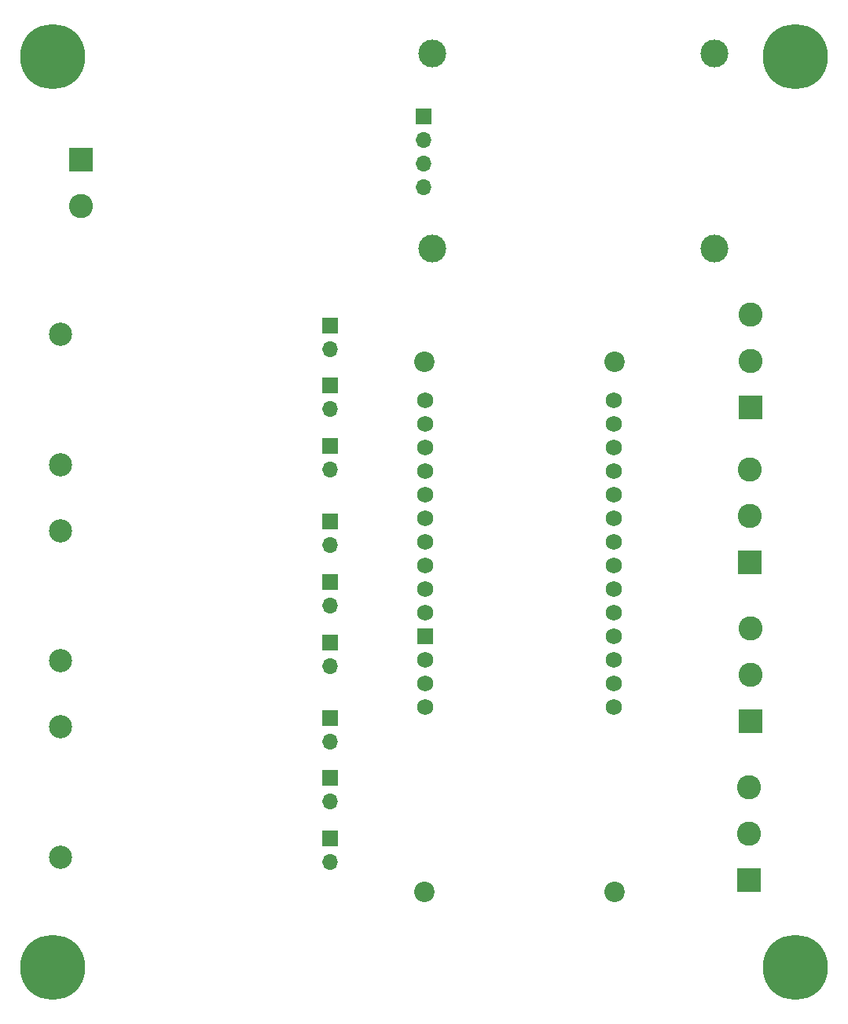
<source format=gbs>
G04 #@! TF.GenerationSoftware,KiCad,Pcbnew,7.0.2*
G04 #@! TF.CreationDate,2023-05-19T11:13:35+02:00*
G04 #@! TF.ProjectId,baseboard,62617365-626f-4617-9264-2e6b69636164,rev?*
G04 #@! TF.SameCoordinates,Original*
G04 #@! TF.FileFunction,Soldermask,Bot*
G04 #@! TF.FilePolarity,Negative*
%FSLAX46Y46*%
G04 Gerber Fmt 4.6, Leading zero omitted, Abs format (unit mm)*
G04 Created by KiCad (PCBNEW 7.0.2) date 2023-05-19 11:13:35*
%MOMM*%
%LPD*%
G01*
G04 APERTURE LIST*
%ADD10C,7.000000*%
%ADD11R,2.600000X2.600000*%
%ADD12C,2.600000*%
%ADD13C,2.500000*%
%ADD14O,1.700000X1.700000*%
%ADD15R,1.700000X1.700000*%
%ADD16C,3.000000*%
%ADD17C,2.200000*%
%ADD18C,1.727200*%
%ADD19R,1.727200X1.727200*%
G04 APERTURE END LIST*
D10*
X30000000Y-153000000D03*
X110000000Y-55000000D03*
D11*
X105029000Y-143604000D03*
D12*
X105029000Y-138604000D03*
X105029000Y-133604000D03*
D11*
X105207000Y-92757000D03*
D12*
X105207000Y-87757000D03*
X105207000Y-82757000D03*
D13*
X30850000Y-120025000D03*
X30850000Y-106025000D03*
D14*
X59850000Y-120565000D03*
D15*
X59850000Y-118025000D03*
D14*
X59850000Y-114065000D03*
D15*
X59850000Y-111525000D03*
D14*
X59850000Y-107565000D03*
D15*
X59850000Y-105025000D03*
D10*
X30000000Y-55000000D03*
D11*
X105207000Y-126539000D03*
D12*
X105207000Y-121539000D03*
X105207000Y-116539000D03*
D11*
X33020000Y-66040000D03*
D12*
X33020000Y-71040000D03*
D11*
X105080000Y-109394000D03*
D12*
X105080000Y-104394000D03*
X105080000Y-99394000D03*
D13*
X30875000Y-141150000D03*
X30875000Y-127150000D03*
D14*
X59875000Y-141690000D03*
D15*
X59875000Y-139150000D03*
D14*
X59875000Y-135190000D03*
D15*
X59875000Y-132650000D03*
D14*
X59875000Y-128690000D03*
D15*
X59875000Y-126150000D03*
D10*
X110000000Y-153000000D03*
D16*
X70902000Y-54655000D03*
X70902000Y-75675000D03*
X101322000Y-54655000D03*
X101322000Y-75675000D03*
D15*
X69983000Y-61431200D03*
D14*
X69983000Y-63971200D03*
X69983000Y-66511200D03*
X69983000Y-69051200D03*
D13*
X30850000Y-98900000D03*
X30850000Y-84900000D03*
D14*
X59850000Y-99440000D03*
D15*
X59850000Y-96900000D03*
D14*
X59850000Y-92940000D03*
D15*
X59850000Y-90400000D03*
D14*
X59850000Y-86440000D03*
D15*
X59850000Y-83900000D03*
D17*
X70014000Y-144871000D03*
X90514000Y-144871000D03*
X70014000Y-87871000D03*
X90514000Y-87871000D03*
D18*
X70104000Y-119906200D03*
X70104000Y-124986200D03*
X90424000Y-122446200D03*
X90424000Y-119906200D03*
X90424000Y-117366200D03*
X90424000Y-114826200D03*
X90424000Y-112286200D03*
X90424000Y-109746200D03*
X90424000Y-107206200D03*
X90424000Y-124986200D03*
X90424000Y-104666200D03*
X90424000Y-102126200D03*
X90424000Y-99586200D03*
X90424000Y-97046200D03*
X90424000Y-94506200D03*
X90424000Y-91966200D03*
X70104000Y-91966200D03*
X70104000Y-94506200D03*
X70104000Y-97046200D03*
X70104000Y-99586200D03*
X70104000Y-102126200D03*
X70104000Y-104666200D03*
X70104000Y-107206200D03*
X70104000Y-109746200D03*
X70104000Y-112286200D03*
D19*
X70104000Y-117366200D03*
D18*
X70104000Y-114826200D03*
X70104000Y-122446200D03*
M02*

</source>
